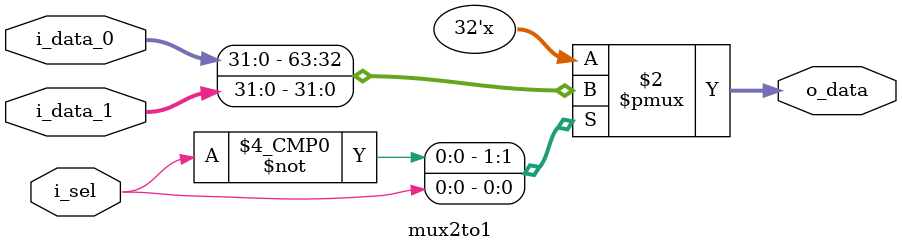
<source format=sv>
module mux2to1 (
	input logic [31:0] i_data_0, i_data_1,
	input logic i_sel,
	output logic [31:0] o_data
);

always @(*) begin
	case (i_sel)
		1'b0: o_data = i_data_0;
		1'b1: o_data = i_data_1;
	endcase
end

endmodule

</source>
